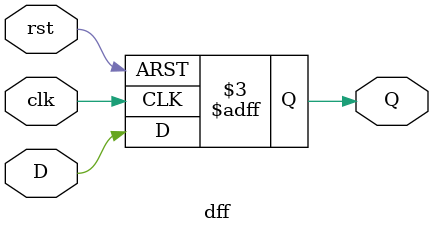
<source format=v>
`timescale 1ns / 1ps

module dff(input D, input clk, input rst, output reg Q);	//dff module
	always @(posedge(rst), posedge(clk)) begin
		if (rst == 1) begin
			Q <= 1'b0;										//reset signal
		end
		else begin
         Q <= D;											//dff working
		end
	end  
endmodule
</source>
